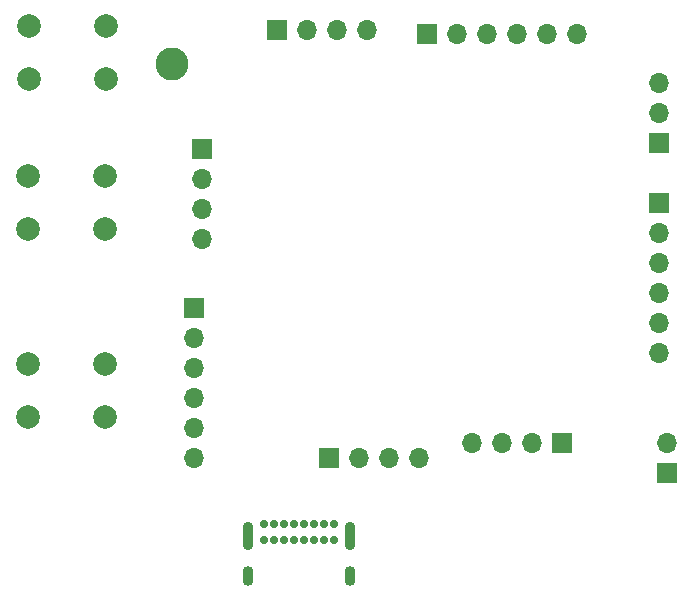
<source format=gbr>
%TF.GenerationSoftware,KiCad,Pcbnew,(6.0.5)*%
%TF.CreationDate,2024-04-02T18:11:07-05:00*%
%TF.ProjectId,final_project,66696e61-6c5f-4707-926f-6a6563742e6b,rev?*%
%TF.SameCoordinates,Original*%
%TF.FileFunction,Soldermask,Bot*%
%TF.FilePolarity,Negative*%
%FSLAX46Y46*%
G04 Gerber Fmt 4.6, Leading zero omitted, Abs format (unit mm)*
G04 Created by KiCad (PCBNEW (6.0.5)) date 2024-04-02 18:11:07*
%MOMM*%
%LPD*%
G01*
G04 APERTURE LIST*
%ADD10R,1.700000X1.700000*%
%ADD11O,1.700000X1.700000*%
%ADD12C,2.000000*%
%ADD13C,2.800000*%
%ADD14C,0.700000*%
%ADD15O,0.900000X2.400000*%
%ADD16O,0.900000X1.700000*%
G04 APERTURE END LIST*
D10*
%TO.C,CAM_BOTTOM1*%
X135900000Y-110835000D03*
D11*
X138440000Y-110835000D03*
X140980000Y-110835000D03*
X143520000Y-110835000D03*
%TD*%
D10*
%TO.C,PGRM1*%
X163830000Y-84165000D03*
D11*
X163830000Y-81625000D03*
X163830000Y-79085000D03*
%TD*%
D12*
%TO.C,BOOT0*%
X116990000Y-74295000D03*
X110490000Y-74295000D03*
X110490000Y-78795000D03*
X116990000Y-78795000D03*
%TD*%
D13*
%TO.C,TP1*%
X122555000Y-77470000D03*
%TD*%
D10*
%TO.C,CAM_TOP1*%
X131455000Y-74640000D03*
D11*
X133995000Y-74640000D03*
X136535000Y-74640000D03*
X139075000Y-74640000D03*
%TD*%
D12*
%TO.C,NRST1*%
X116915000Y-86995000D03*
X110415000Y-86995000D03*
X116915000Y-91495000D03*
X110415000Y-91495000D03*
%TD*%
D10*
%TO.C,J6*%
X164465000Y-112110000D03*
D11*
X164465000Y-109570000D03*
%TD*%
D10*
%TO.C,SERIAL1*%
X124460000Y-98135000D03*
D11*
X124460000Y-100675000D03*
X124460000Y-103215000D03*
X124460000Y-105755000D03*
X124460000Y-108295000D03*
X124460000Y-110835000D03*
%TD*%
D10*
%TO.C,LCD1*%
X155575000Y-109565000D03*
D11*
X153035000Y-109565000D03*
X150495000Y-109565000D03*
X147955000Y-109565000D03*
%TD*%
D10*
%TO.C,CAM_LEFT1*%
X125095000Y-84683000D03*
D11*
X125095000Y-87223000D03*
X125095000Y-89763000D03*
X125095000Y-92303000D03*
%TD*%
D14*
%TO.C,J1*%
X130370000Y-116470000D03*
X131220000Y-116470000D03*
X132070000Y-116470000D03*
X132920000Y-116470000D03*
X133770000Y-116470000D03*
X134620000Y-116470000D03*
X135470000Y-116470000D03*
X136320000Y-116470000D03*
X136320000Y-117820000D03*
X135470000Y-117820000D03*
X134620000Y-117820000D03*
X133770000Y-117820000D03*
X132920000Y-117820000D03*
X132070000Y-117820000D03*
X131220000Y-117820000D03*
X130370000Y-117820000D03*
D15*
X129020000Y-117450000D03*
D16*
X129020000Y-120830000D03*
X137670000Y-120830000D03*
D15*
X137670000Y-117450000D03*
%TD*%
D10*
%TO.C,SD_SPI1*%
X144145000Y-74930000D03*
D11*
X146685000Y-74930000D03*
X149225000Y-74930000D03*
X151765000Y-74930000D03*
X154305000Y-74930000D03*
X156845000Y-74930000D03*
%TD*%
D12*
%TO.C,Capture_Pic1*%
X110415000Y-102870000D03*
X116915000Y-102870000D03*
X110415000Y-107370000D03*
X116915000Y-107370000D03*
%TD*%
D10*
%TO.C,CAM_RIGHT1*%
X163830000Y-89245000D03*
D11*
X163830000Y-91785000D03*
X163830000Y-94325000D03*
X163830000Y-96865000D03*
X163830000Y-99405000D03*
X163830000Y-101945000D03*
%TD*%
M02*

</source>
